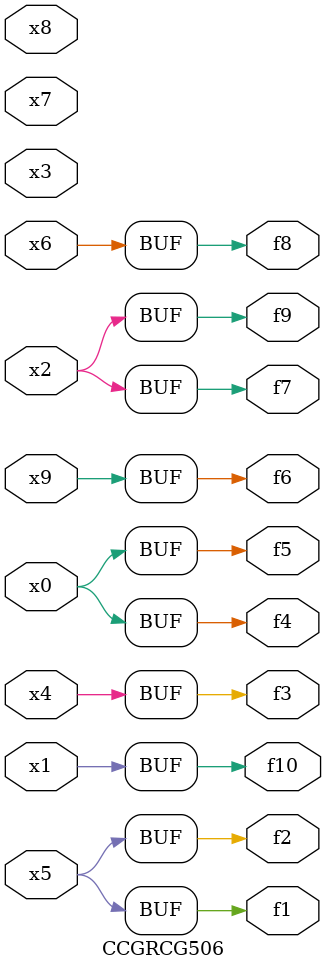
<source format=v>
module CCGRCG506(
	input x0, x1, x2, x3, x4, x5, x6, x7, x8, x9,
	output f1, f2, f3, f4, f5, f6, f7, f8, f9, f10
);
	assign f1 = x5;
	assign f2 = x5;
	assign f3 = x4;
	assign f4 = x0;
	assign f5 = x0;
	assign f6 = x9;
	assign f7 = x2;
	assign f8 = x6;
	assign f9 = x2;
	assign f10 = x1;
endmodule

</source>
